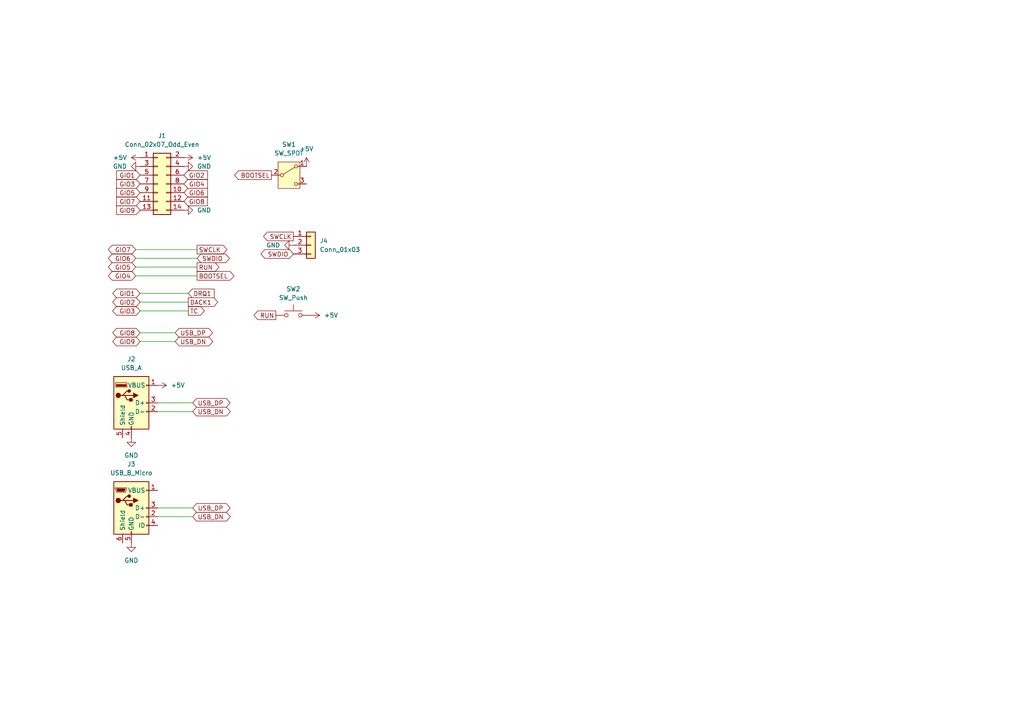
<source format=kicad_sch>
(kicad_sch (version 20231120) (generator "eeschema") (generator_version "8.0")
  (paper "A4")
  (lib_symbols
    (symbol "Connector:USB_A" (pin_names (offset 1.016))
      (property "Reference" "J" (at -5.08 11.43 0))
      (property "Value" "USB_A" (at -5.08 8.89 0))
      (symbol "USB_A_0_1"
        (rectangle (start -5.08 -7.62) (end 5.08 7.62) (stroke (width 0.254)) (fill (type background)))
        (circle (center -3.81 2.159) (radius 0.635) (stroke (width 0.254)) (fill (type outline)))
        (rectangle (start -1.524 4.826) (end -4.318 5.334) (fill (type outline)))
        (rectangle (start -1.27 4.572) (end -4.572 5.842))
        (circle (center -0.635 3.429) (radius 0.381) (stroke (width 0.254)) (fill (type outline)))
        (rectangle (start -0.127 -7.62) (end 0.127 -6.858))
        (polyline (pts (xy -3.175 2.159) (xy -2.54 2.159) (xy -1.27 3.429) (xy -0.635 3.429)) (stroke (width 0.254)))
        (polyline (pts (xy -2.54 2.159) (xy -1.905 2.159) (xy -1.27 0.889) (xy 0 0.889)) (stroke (width 0.254)))
        (polyline (pts (xy 0.635 2.794) (xy 0.635 1.524) (xy 1.905 2.159) (xy 0.635 2.794)) (stroke (width 0.254)) (fill (type outline)))
        (rectangle (start 0.254 1.27) (end -0.508 0.508) (stroke (width 0.254)) (fill (type outline)))
        (rectangle (start 5.08 -2.667) (end 4.318 -2.413))
        (rectangle (start 5.08 -0.127) (end 4.318 0.127))
        (rectangle (start 5.08 4.953) (end 4.318 5.207))
      )
      (symbol "USB_A_1_1"
        (polyline (pts (xy -1.905 2.159) (xy 0.635 2.159)) (stroke (width 0.254)))
        (pin power_in line (at 7.62 5.08 180) (length 2.54) (name "VBUS") (number "1"))
        (pin bidirectional line (at 7.62 -2.54 180) (length 2.54) (name "D-") (number "2"))
        (pin bidirectional line (at 7.62 0 180) (length 2.54) (name "D+") (number "3"))
        (pin power_in line (at 0 -10.16 90) (length 2.54) (name "GND") (number "4"))
        (pin passive line (at -2.54 -10.16 90) (length 2.54) (name "Shield") (number "5"))
      )
    )
    (symbol "Connector:USB_B_Micro" (pin_names (offset 1.016))
      (property "Reference" "J" (at -5.08 11.43 0))
      (property "Value" "USB_B_Micro" (at -5.08 8.89 0))
      (symbol "USB_B_Micro_0_1"
        (rectangle (start -5.08 -7.62) (end 5.08 7.62) (stroke (width 0.254)) (fill (type background)))
        (circle (center -3.81 2.159) (radius 0.635) (stroke (width 0.254)) (fill (type outline)))
        (circle (center -0.635 3.429) (radius 0.381) (stroke (width 0.254)) (fill (type outline)))
        (rectangle (start -0.127 -7.62) (end 0.127 -6.858))
        (polyline (pts (xy -1.905 2.159) (xy 0.635 2.159)) (stroke (width 0.254)))
        (polyline (pts (xy -3.175 2.159) (xy -2.54 2.159) (xy -1.27 3.429) (xy -0.635 3.429)) (stroke (width 0.254)))
        (polyline (pts (xy -2.54 2.159) (xy -1.905 2.159) (xy -1.27 0.889) (xy 0 0.889)) (stroke (width 0.254)))
        (polyline (pts (xy 0.635 2.794) (xy 0.635 1.524) (xy 1.905 2.159) (xy 0.635 2.794)) (stroke (width 0.254)) (fill (type outline)))
        (polyline (pts (xy -4.318 5.588) (xy -1.778 5.588) (xy -2.032 4.826) (xy -4.064 4.826) (xy -4.318 5.588)) (fill (type outline)))
        (polyline (pts (xy -4.699 5.842) (xy -4.699 5.588) (xy -4.445 4.826) (xy -4.445 4.572) (xy -1.651 4.572) (xy -1.651 4.826) (xy -1.397 5.588) (xy -1.397 5.842) (xy -4.699 5.842)))
        (rectangle (start 0.254 1.27) (end -0.508 0.508) (stroke (width 0.254)) (fill (type outline)))
        (rectangle (start 5.08 -5.207) (end 4.318 -4.953))
        (rectangle (start 5.08 -2.667) (end 4.318 -2.413))
        (rectangle (start 5.08 -0.127) (end 4.318 0.127))
        (rectangle (start 5.08 4.953) (end 4.318 5.207))
      )
      (symbol "USB_B_Micro_1_1"
        (pin power_out line (at 7.62 5.08 180) (length 2.54) (name "VBUS") (number "1"))
        (pin bidirectional line (at 7.62 -2.54 180) (length 2.54) (name "D-") (number "2"))
        (pin bidirectional line (at 7.62 0 180) (length 2.54) (name "D+") (number "3"))
        (pin passive line (at 7.62 -5.08 180) (length 2.54) (name "ID") (number "4"))
        (pin power_out line (at 0 -10.16 90) (length 2.54) (name "GND") (number "5"))
        (pin passive line (at -2.54 -10.16 90) (length 2.54) (name "Shield") (number "6"))
      )
    )
    (symbol "Connector_Generic:Conn_01x03" (pin_names (offset 1.016) hide)
      (property "Reference" "J" (at 0 5.08 0))
      (property "Value" "Conn_01x03" (at 0 -5.08 0))
      (symbol "Conn_01x03_1_1"
        (rectangle (start -1.27 -2.413) (end 0 -2.667) (stroke (width 0.1524)))
        (rectangle (start -1.27 0.127) (end 0 -0.127) (stroke (width 0.1524)))
        (rectangle (start -1.27 2.667) (end 0 2.413) (stroke (width 0.1524)))
        (rectangle (start -1.27 3.81) (end 1.27 -3.81) (stroke (width 0.254)) (fill (type background)))
        (pin passive line (at -5.08 2.54 0) (length 3.81) (name "Pin_1") (number "1"))
        (pin passive line (at -5.08 0 0) (length 3.81) (name "Pin_2") (number "2"))
        (pin passive line (at -5.08 -2.54 0) (length 3.81) (name "Pin_3") (number "3"))
      )
    )
    (symbol "Connector_Generic:Conn_02x07_Odd_Even" (pin_names (offset 1.016) hide)
      (property "Reference" "J" (at 1.27 10.16 0))
      (property "Value" "Conn_02x07_Odd_Even" (at 1.27 -10.16 0))
      (symbol "Conn_02x07_Odd_Even_1_1"
        (rectangle (start -1.27 -7.493) (end 0 -7.747) (stroke (width 0.1524)))
        (rectangle (start -1.27 -4.953) (end 0 -5.207) (stroke (width 0.1524)))
        (rectangle (start -1.27 -2.413) (end 0 -2.667) (stroke (width 0.1524)))
        (rectangle (start -1.27 0.127) (end 0 -0.127) (stroke (width 0.1524)))
        (rectangle (start -1.27 2.667) (end 0 2.413) (stroke (width 0.1524)))
        (rectangle (start -1.27 5.207) (end 0 4.953) (stroke (width 0.1524)))
        (rectangle (start -1.27 7.747) (end 0 7.493) (stroke (width 0.1524)))
        (rectangle (start -1.27 8.89) (end 3.81 -8.89) (stroke (width 0.254)) (fill (type background)))
        (rectangle (start 3.81 -7.493) (end 2.54 -7.747) (stroke (width 0.1524)))
        (rectangle (start 3.81 -4.953) (end 2.54 -5.207) (stroke (width 0.1524)))
        (rectangle (start 3.81 -2.413) (end 2.54 -2.667) (stroke (width 0.1524)))
        (rectangle (start 3.81 0.127) (end 2.54 -0.127) (stroke (width 0.1524)))
        (rectangle (start 3.81 2.667) (end 2.54 2.413) (stroke (width 0.1524)))
        (rectangle (start 3.81 5.207) (end 2.54 4.953) (stroke (width 0.1524)))
        (rectangle (start 3.81 7.747) (end 2.54 7.493) (stroke (width 0.1524)))
        (pin passive line (at -5.08 7.62 0) (length 3.81) (name "Pin_1") (number "1"))
        (pin passive line (at 7.62 -2.54 180) (length 3.81) (name "Pin_10") (number "10"))
        (pin passive line (at -5.08 -5.08 0) (length 3.81) (name "Pin_11") (number "11"))
        (pin passive line (at 7.62 -5.08 180) (length 3.81) (name "Pin_12") (number "12"))
        (pin passive line (at -5.08 -7.62 0) (length 3.81) (name "Pin_13") (number "13"))
        (pin passive line (at 7.62 -7.62 180) (length 3.81) (name "Pin_14") (number "14"))
        (pin passive line (at 7.62 7.62 180) (length 3.81) (name "Pin_2") (number "2"))
        (pin passive line (at -5.08 5.08 0) (length 3.81) (name "Pin_3") (number "3"))
        (pin passive line (at 7.62 5.08 180) (length 3.81) (name "Pin_4") (number "4"))
        (pin passive line (at -5.08 2.54 0) (length 3.81) (name "Pin_5") (number "5"))
        (pin passive line (at 7.62 2.54 180) (length 3.81) (name "Pin_6") (number "6"))
        (pin passive line (at -5.08 0 0) (length 3.81) (name "Pin_7") (number "7"))
        (pin passive line (at 7.62 0 180) (length 3.81) (name "Pin_8") (number "8"))
        (pin passive line (at -5.08 -2.54 0) (length 3.81) (name "Pin_9") (number "9"))
      )
    )
    (symbol "Switch:SW_Push" (pin_numbers hide) (pin_names (offset 1.016) hide)
      (property "Reference" "SW" (at 1.27 2.54 0))
      (property "Value" "SW_Push" (at 0 -1.524 0))
      (symbol "SW_Push_0_1"
        (circle (center -2.032 0) (radius 0.508))
        (polyline (pts (xy 0 1.27) (xy 0 3.048)))
        (polyline (pts (xy 2.54 1.27) (xy -2.54 1.27)))
        (circle (center 2.032 0) (radius 0.508))
        (pin passive line (at -5.08 0 0) (length 2.54) (name "1") (number "1"))
        (pin passive line (at 5.08 0 180) (length 2.54) (name "2") (number "2"))
      )
    )
    (symbol "Switch:SW_SPDT" (pin_names (offset 0) hide)
      (property "Reference" "SW" (at 0 5.08 0))
      (property "Value" "SW_SPDT" (at 0 -5.08 0))
      (symbol "SW_SPDT_0_1"
        (circle (center -2.032 0) (radius 0.4572))
        (polyline (pts (xy -1.651 0.254) (xy 1.651 2.286)))
        (circle (center 2.032 -2.54) (radius 0.4572))
        (circle (center 2.032 2.54) (radius 0.4572))
      )
      (symbol "SW_SPDT_1_1"
        (rectangle (start -3.175 3.81) (end 3.175 -3.81) (fill (type background)))
        (pin passive line (at 5.08 2.54 180) (length 2.54) (name "A") (number "1"))
        (pin passive line (at -5.08 0 0) (length 2.54) (name "B") (number "2"))
        (pin passive line (at 5.08 -2.54 180) (length 2.54) (name "C") (number "3"))
      )
    )
    (symbol "power:+5V" (power) (pin_numbers hide) (pin_names (offset 0) hide)
      (property "Value" "+5V" (at 0 3.556 0))
      (symbol "+5V_0_1"
        (polyline (pts (xy -0.762 1.27) (xy 0 2.54)))
        (polyline (pts (xy 0 0) (xy 0 2.54)))
        (polyline (pts (xy 0 2.54) (xy 0.762 1.27)))
      )
      (symbol "+5V_1_1"
        (pin power_in line (at 0 0 90) (length 0) (name "~") (number "1"))
      )
    )
    (symbol "power:GND" (power) (pin_numbers hide) (pin_names (offset 0) hide)
      (property "Value" "GND" (at 0 -3.81 0))
      (symbol "GND_0_1"
        (polyline (pts (xy 0 0) (xy 0 -1.27) (xy 1.27 -1.27) (xy 0 -2.54) (xy -1.27 -1.27) (xy 0 -1.27)))
      )
      (symbol "GND_1_1"
        (pin power_in line (at 0 0 270) (length 0) (name "~") (number "1"))
      )
    )
  )
  (wire (pts (xy 57.15 80.01) (xy 39.37 80.01)))
  (wire (pts (xy 40.64 85.09) (xy 54.61 85.09)))
  (wire (pts (xy 45.72 116.84) (xy 55.88 116.84)))
  (wire (pts (xy 45.72 119.38) (xy 55.88 119.38)))
  (wire (pts (xy 40.64 87.63) (xy 54.61 87.63)))
  (wire (pts (xy 45.72 147.32) (xy 55.88 147.32)))
  (wire (pts (xy 39.37 74.93) (xy 57.15 74.93)))
  (wire (pts (xy 40.64 90.17) (xy 54.61 90.17)))
  (wire (pts (xy 40.64 99.06) (xy 50.8 99.06)))
  (wire (pts (xy 57.15 77.47) (xy 39.37 77.47)))
  (wire (pts (xy 45.72 149.86) (xy 55.88 149.86)))
  (wire (pts (xy 40.64 96.52) (xy 50.8 96.52)))
  (wire (pts (xy 39.37 72.39) (xy 57.15 72.39)))
  (global_label "GIO8" (shape bidirectional) (at 40.64 96.52 180) (property "Intersheetrefs" "${INTERSHEET_REFS}" (effects (hide yes))))
  (global_label "SWCLK" (shape output) (at 57.15 72.39 0) (property "Intersheetrefs" "${INTERSHEET_REFS}" (effects (hide yes))))
  (global_label "RUN" (shape output) (at 57.15 77.47 0) (property "Intersheetrefs" "${INTERSHEET_REFS}" (effects (hide yes))))
  (global_label "GIO1" (shape input) (at 40.64 50.8 180) (property "Intersheetrefs" "${INTERSHEET_REFS}" (effects (hide yes))))
  (global_label "DACK1" (shape output) (at 54.61 87.63 0) (property "Intersheetrefs" "${INTERSHEET_REFS}" (effects (hide yes))))
  (global_label "USB_DP" (shape bidirectional) (at 55.88 147.32 0) (property "Intersheetrefs" "${INTERSHEET_REFS}" (effects (hide yes))))
  (global_label "SWDIO" (shape bidirectional) (at 85.09 73.66 180) (property "Intersheetrefs" "${INTERSHEET_REFS}" (effects (hide yes))))
  (global_label "DRQ1" (shape input) (at 54.61 85.09 0) (property "Intersheetrefs" "${INTERSHEET_REFS}" (effects (hide yes))))
  (global_label "RUN" (shape output) (at 80.01 91.44 180) (property "Intersheetrefs" "${INTERSHEET_REFS}" (effects (hide yes))))
  (global_label "GIO4" (shape input) (at 53.34 53.34 0) (property "Intersheetrefs" "${INTERSHEET_REFS}" (effects (hide yes))))
  (global_label "GIO2" (shape input) (at 53.34 50.8 0) (property "Intersheetrefs" "${INTERSHEET_REFS}" (effects (hide yes))))
  (global_label "USB_DN" (shape bidirectional) (at 50.8 99.06 0) (property "Intersheetrefs" "${INTERSHEET_REFS}" (effects (hide yes))))
  (global_label "USB_DP" (shape bidirectional) (at 55.88 116.84 0) (property "Intersheetrefs" "${INTERSHEET_REFS}" (effects (hide yes))))
  (global_label "GIO2" (shape bidirectional) (at 40.64 87.63 180) (property "Intersheetrefs" "${INTERSHEET_REFS}" (effects (hide yes))))
  (global_label "SWCLK" (shape output) (at 85.09 68.58 180) (property "Intersheetrefs" "${INTERSHEET_REFS}" (effects (hide yes))))
  (global_label "GIO5" (shape bidirectional) (at 39.37 77.47 180) (property "Intersheetrefs" "${INTERSHEET_REFS}" (effects (hide yes))))
  (global_label "USB_DN" (shape bidirectional) (at 55.88 119.38 0) (property "Intersheetrefs" "${INTERSHEET_REFS}" (effects (hide yes))))
  (global_label "GIO5" (shape input) (at 40.64 55.88 180) (property "Intersheetrefs" "${INTERSHEET_REFS}" (effects (hide yes))))
  (global_label "GIO6" (shape input) (at 53.34 55.88 0) (property "Intersheetrefs" "${INTERSHEET_REFS}" (effects (hide yes))))
  (global_label "BOOTSEL" (shape output) (at 78.74 50.8 180) (property "Intersheetrefs" "${INTERSHEET_REFS}" (effects (hide yes))))
  (global_label "GIO7" (shape bidirectional) (at 39.37 72.39 180) (property "Intersheetrefs" "${INTERSHEET_REFS}" (effects (hide yes))))
  (global_label "USB_DP" (shape bidirectional) (at 50.8 96.52 0) (property "Intersheetrefs" "${INTERSHEET_REFS}" (effects (hide yes))))
  (global_label "GIO8" (shape input) (at 53.34 58.42 0) (property "Intersheetrefs" "${INTERSHEET_REFS}" (effects (hide yes))))
  (global_label "GIO3" (shape input) (at 40.64 53.34 180) (property "Intersheetrefs" "${INTERSHEET_REFS}" (effects (hide yes))))
  (global_label "GIO3" (shape bidirectional) (at 40.64 90.17 180) (property "Intersheetrefs" "${INTERSHEET_REFS}" (effects (hide yes))))
  (global_label "GIO6" (shape bidirectional) (at 39.37 74.93 180) (property "Intersheetrefs" "${INTERSHEET_REFS}" (effects (hide yes))))
  (global_label "GIO4" (shape bidirectional) (at 39.37 80.01 180) (property "Intersheetrefs" "${INTERSHEET_REFS}" (effects (hide yes))))
  (global_label "USB_DN" (shape bidirectional) (at 55.88 149.86 0) (property "Intersheetrefs" "${INTERSHEET_REFS}" (effects (hide yes))))
  (global_label "BOOTSEL" (shape output) (at 57.15 80.01 0) (property "Intersheetrefs" "${INTERSHEET_REFS}" (effects (hide yes))))
  (global_label "GIO1" (shape bidirectional) (at 40.64 85.09 180) (property "Intersheetrefs" "${INTERSHEET_REFS}" (effects (hide yes))))
  (global_label "GIO9" (shape input) (at 40.64 60.96 180) (property "Intersheetrefs" "${INTERSHEET_REFS}" (effects (hide yes))))
  (global_label "GIO7" (shape input) (at 40.64 58.42 180) (property "Intersheetrefs" "${INTERSHEET_REFS}" (effects (hide yes))))
  (global_label "GIO9" (shape bidirectional) (at 40.64 99.06 180) (property "Intersheetrefs" "${INTERSHEET_REFS}" (effects (hide yes))))
  (global_label "SWDIO" (shape bidirectional) (at 57.15 74.93 0) (property "Intersheetrefs" "${INTERSHEET_REFS}" (effects (hide yes))))
  (global_label "TC" (shape output) (at 54.61 90.17 0) (property "Intersheetrefs" "${INTERSHEET_REFS}" (effects (hide yes))))
  (symbol (lib_id "power:GND") (at 85.09 71.12 270) (unit 1)
    (property "Reference" "#PWR09" (effects (hide yes)))
    (property "Value" "GND" (at 81.28 71.1199 90) (effects (justify right)))
    (property "Description" "Power symbol creates a global label with name \"GND\" , ground" (effects (hide yes)))
  )
  (symbol (lib_id "Connector_Generic:Conn_01x03") (at 90.17 71.12 0) (unit 1)
    (property "Reference" "J4" (at 92.71 69.8499 0) (effects (justify left)))
    (property "Value" "Conn_01x03" (at 92.71 72.3899 0) (effects (justify left)))
    (property "Footprint" "Connector_PinHeader_2.54mm:PinHeader_1x03_P2.54mm_Vertical" (effects (hide yes)))
    (property "Description" "Generic connector, single row, 01x03, script generated (kicad-library-utils/schlib/autogen/connector/)" (effects (hide yes)))
  )
  (symbol (lib_id "power:+5V") (at 90.17 91.44 270) (unit 1)
    (property "Reference" "#PWR011" (effects (hide yes)))
    (property "Value" "+5V" (at 93.98 91.4399 90) (effects (justify left)))
    (property "Description" "Power symbol creates a global label with name \"+5V\"" (effects (hide yes)))
  )
  (symbol (lib_id "power:+5V") (at 45.72 111.76 270) (unit 1)
    (property "Reference" "#PWR07" (effects (hide yes)))
    (property "Value" "+5V" (at 49.53 111.7599 90) (effects (justify left)))
    (property "Description" "Power symbol creates a global label with name \"+5V\"" (effects (hide yes)))
  )
  (symbol (lib_id "Connector:USB_A") (at 38.1 116.84 0) (unit 1)
    (property "Reference" "J2" (at 38.1 104.14 0))
    (property "Value" "USB_A" (at 38.1 106.68 0))
    (property "Footprint" "Connector_USB:USB_A_CONNFLY_DS1095-WNR0" (effects (hide yes)))
    (property "Datasheet" " ~" (effects (hide yes)))
    (property "Description" "USB Type A connector" (effects (hide yes)))
  )
  (symbol (lib_id "Switch:SW_SPDT") (at 83.82 50.8 0) (unit 1)
    (property "Reference" "SW1" (at 83.82 41.91 0))
    (property "Value" "SW_SPDT" (at 83.82 44.45 0))
    (property "Footprint" "Button_Switch_THT:SW_Slide-03_Wuerth-WS-SLTV_10x2.5x6.4_P2.54mm" (effects (hide yes)))
    (property "Description" "Switch, single pole double throw" (effects (hide yes)))
  )
  (symbol (lib_id "power:GND") (at 40.64 48.26 270) (unit 1)
    (property "Reference" "#PWR03" (effects (hide yes)))
    (property "Value" "GND" (at 36.83 48.2599 90) (effects (justify right)))
    (property "Description" "Power symbol creates a global label with name \"GND\" , ground" (effects (hide yes)))
  )
  (symbol (lib_id "power:GND") (at 38.1 157.48 0) (unit 1)
    (property "Reference" "#PWR08" (effects (hide yes)))
    (property "Value" "GND" (at 38.1 162.56 0))
    (property "Description" "Power symbol creates a global label with name \"GND\" , ground" (effects (hide yes)))
  )
  (symbol (lib_id "power:+5V") (at 53.34 45.72 270) (unit 1)
    (property "Reference" "#PWR05" (effects (hide yes)))
    (property "Value" "+5V" (at 57.15 45.7199 90) (effects (justify left)))
    (property "Description" "Power symbol creates a global label with name \"+5V\"" (effects (hide yes)))
  )
  (symbol (lib_id "power:+5V") (at 40.64 45.72 90) (unit 1)
    (property "Reference" "#PWR04" (effects (hide yes)))
    (property "Value" "+5V" (at 36.83 45.7199 90) (effects (justify left)))
    (property "Description" "Power symbol creates a global label with name \"+5V\"" (effects (hide yes)))
  )
  (symbol (lib_id "power:+5V") (at 88.9 48.26 0) (unit 1)
    (property "Reference" "#PWR010" (effects (hide yes)))
    (property "Value" "+5V" (at 88.9 43.18 0))
    (property "Description" "Power symbol creates a global label with name \"+5V\"" (effects (hide yes)))
  )
  (symbol (lib_id "power:GND") (at 53.34 60.96 90) (unit 1)
    (property "Reference" "#PWR01" (effects (hide yes)))
    (property "Value" "GND" (at 57.15 60.9599 90) (effects (justify right)))
    (property "Description" "Power symbol creates a global label with name \"GND\" , ground" (effects (hide yes)))
  )
  (symbol (lib_id "Connector_Generic:Conn_02x07_Odd_Even") (at 45.72 53.34 0) (unit 1)
    (property "Reference" "J1" (at 46.99 39.37 0))
    (property "Value" "Conn_02x07_Odd_Even" (at 46.99 41.91 0))
    (property "Footprint" "lib:EDGE-14" (effects (hide yes)))
    (property "Description" "Generic connector, double row, 02x07, odd/even pin numbering scheme (row 1 odd numbers, row 2 even numbers), script generated (kicad-library-utils/schlib/autogen/connector/)" (effects (hide yes)))
  )
  (symbol (lib_id "Connector:USB_B_Micro") (at 38.1 147.32 0) (unit 1)
    (property "Reference" "J3" (at 38.1 134.62 0))
    (property "Value" "USB_B_Micro" (at 38.1 137.16 0))
    (property "Footprint" "Connector_USB:USB_Micro-B_Wuerth_614105150721_Vertical" (effects (hide yes)))
    (property "Description" "USB Micro Type B connector" (effects (hide yes)))
  )
  (symbol (lib_id "Switch:SW_Push") (at 85.09 91.44 0) (unit 1)
    (property "Reference" "SW2" (at 85.09 83.82 0))
    (property "Value" "SW_Push" (at 85.09 86.36 0))
    (property "Footprint" "Button_Switch_THT:SW_PUSH_6mm" (effects (hide yes)))
    (property "Description" "Push button switch, generic, two pins" (effects (hide yes)))
  )
  (symbol (lib_id "power:GND") (at 38.1 127 0) (unit 1)
    (property "Reference" "#PWR06" (effects (hide yes)))
    (property "Value" "GND" (at 38.1 132.08 0))
    (property "Description" "Power symbol creates a global label with name \"GND\" , ground" (effects (hide yes)))
  )
  (symbol (lib_id "power:GND") (at 53.34 48.26 90) (unit 1)
    (property "Reference" "#PWR02" (effects (hide yes)))
    (property "Value" "GND" (at 57.15 48.2599 90) (effects (justify right)))
    (property "Description" "Power symbol creates a global label with name \"GND\" , ground" (effects (hide yes)))
  )
)
</source>
